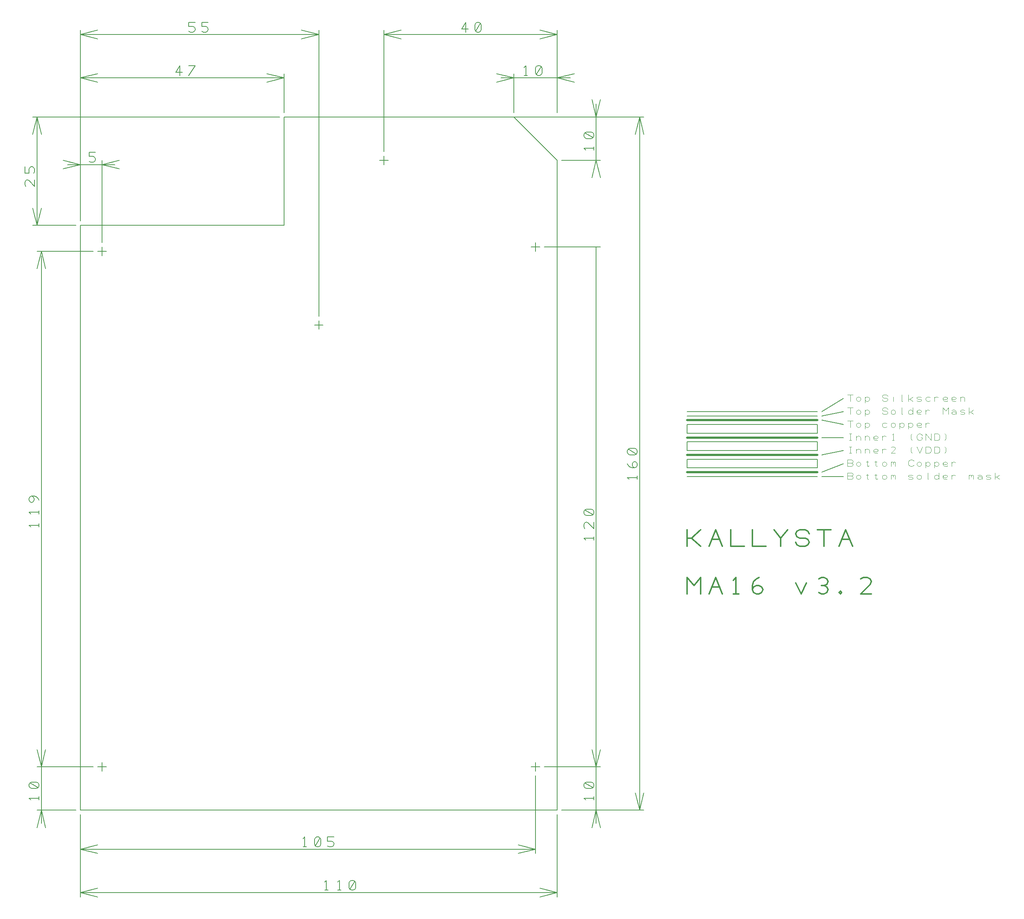
<source format=gbr>
%FSLAX35Y35*%
%MOIN*%
G04 EasyPC Gerber Version 18.0.8 Build 3632 *
%ADD11C,0.00394*%
%ADD118C,0.00500*%
%ADD73C,0.00787*%
%ADD12C,0.01181*%
%ADD119C,0.01969*%
X0Y0D02*
D02*
D11*
X779035Y402067D02*
X780020Y401575D01*
X780512Y400591*
X780020Y399606*
X779035Y399114*
X775591*
Y405020*
X779035*
X780020Y404528*
X780512Y403543*
X780020Y402559*
X779035Y402067*
X775591*
X783465Y400591D02*
X783957Y399606D01*
X784941Y399114*
X785925*
X786909Y399606*
X787402Y400591*
Y401575*
X786909Y402559*
X785925Y403051*
X784941*
X783957Y402559*
X783465Y401575*
Y400591*
X792323Y403051D02*
X794291D01*
X793307Y404035D02*
Y399606D01*
X793799Y399114*
X794291*
X794783Y399606*
X800197Y403051D02*
X802165D01*
X801181Y404035D02*
Y399606D01*
X801673Y399114*
X802165*
X802657Y399606*
X807087Y400591D02*
X807579Y399606D01*
X808563Y399114*
X809547*
X810531Y399606*
X811024Y400591*
Y401575*
X810531Y402559*
X809547Y403051*
X808563*
X807579Y402559*
X807087Y401575*
Y400591*
X814961Y399114D02*
Y403051D01*
Y402559D02*
X815453Y403051D01*
X816437*
X816929Y402559*
Y401083*
Y402559D02*
X817421Y403051D01*
X818406*
X818898Y402559*
Y399114*
X830709Y399606D02*
X831693Y399114D01*
X833661*
X834646Y399606*
Y400591*
X833661Y401083*
X831693*
X830709Y401575*
Y402559*
X831693Y403051*
X833661*
X834646Y402559*
X838583Y400591D02*
X839075Y399606D01*
X840059Y399114*
X841043*
X842028Y399606*
X842520Y400591*
Y401575*
X842028Y402559*
X841043Y403051*
X840059*
X839075Y402559*
X838583Y401575*
Y400591*
X848917Y399114D02*
X848425D01*
Y405020*
X858268Y401575D02*
X857776Y402559D01*
X856791Y403051*
X855807*
X854823Y402559*
X854331Y401575*
Y400591*
X854823Y399606*
X855807Y399114*
X856791*
X857776Y399606*
X858268Y400591*
Y399114D02*
Y405020D01*
X866142Y399606D02*
X865650Y399114D01*
X864665*
X863681*
X862697Y399606*
X862205Y400591*
Y402067*
X862697Y402559*
X863681Y403051*
X864665*
X865650Y402559*
X866142Y402067*
Y401575*
X865650Y401083*
X864665Y400591*
X863681*
X862697Y401083*
X862205Y401575*
X870079Y399114D02*
Y403051D01*
Y401575D02*
X870571Y402559D01*
X871555Y403051*
X872539*
X873524Y402559*
X885827Y399114D02*
Y403051D01*
Y402559D02*
X886319Y403051D01*
X887303*
X887795Y402559*
Y401083*
Y402559D02*
X888287Y403051D01*
X889272*
X889764Y402559*
Y399114*
X893701Y402559D02*
X894685Y403051D01*
X896161*
X897146Y402559*
X897638Y401575*
Y400098*
X897146Y399606*
X896161Y399114*
X895177*
X894193Y399606*
X893701Y400098*
Y400591*
X894193Y401083*
X895177Y401575*
X896161*
X897146Y401083*
X897638Y400591*
Y400098D02*
Y399114D01*
X901575Y399606D02*
X902559Y399114D01*
X904528*
X905512Y399606*
Y400591*
X904528Y401083*
X902559*
X901575Y401575*
Y402559*
X902559Y403051*
X904528*
X905512Y402559*
X909449Y399114D02*
Y405020D01*
Y401083D02*
X910925D01*
X913386Y403051*
X910925Y401083D02*
X913386Y399114D01*
X779035Y413878D02*
X780020Y413386D01*
X780512Y412402*
X780020Y411417*
X779035Y410925*
X775591*
Y416831*
X779035*
X780020Y416339*
X780512Y415354*
X780020Y414370*
X779035Y413878*
X775591*
X783465Y412402D02*
X783957Y411417D01*
X784941Y410925*
X785925*
X786909Y411417*
X787402Y412402*
Y413386*
X786909Y414370*
X785925Y414862*
X784941*
X783957Y414370*
X783465Y413386*
Y412402*
X792323Y414862D02*
X794291D01*
X793307Y415846D02*
Y411417D01*
X793799Y410925*
X794291*
X794783Y411417*
X800197Y414862D02*
X802165D01*
X801181Y415846D02*
Y411417D01*
X801673Y410925*
X802165*
X802657Y411417*
X807087Y412402D02*
X807579Y411417D01*
X808563Y410925*
X809547*
X810531Y411417*
X811024Y412402*
Y413386*
X810531Y414370*
X809547Y414862*
X808563*
X807579Y414370*
X807087Y413386*
Y412402*
X814961Y410925D02*
Y414862D01*
Y414370D02*
X815453Y414862D01*
X816437*
X816929Y414370*
Y412894*
Y414370D02*
X817421Y414862D01*
X818406*
X818898Y414370*
Y410925*
X835630Y411909D02*
X835138Y411417D01*
X834154Y410925*
X832677*
X831693Y411417*
X831201Y411909*
X830709Y412894*
Y414862*
X831201Y415846*
X831693Y416339*
X832677Y416831*
X834154*
X835138Y416339*
X835630Y415846*
X838583Y412402D02*
X839075Y411417D01*
X840059Y410925*
X841043*
X842028Y411417*
X842520Y412402*
Y413386*
X842028Y414370*
X841043Y414862*
X840059*
X839075Y414370*
X838583Y413386*
Y412402*
X846457Y414862D02*
Y409449D01*
Y412402D02*
X846949Y411417D01*
X847933Y410925*
X848917*
X849902Y411417*
X850394Y412402*
Y413386*
X849902Y414370*
X848917Y414862*
X847933*
X846949Y414370*
X846457Y413386*
Y412402*
X854331Y414862D02*
Y409449D01*
Y412402D02*
X854823Y411417D01*
X855807Y410925*
X856791*
X857776Y411417*
X858268Y412402*
Y413386*
X857776Y414370*
X856791Y414862*
X855807*
X854823Y414370*
X854331Y413386*
Y412402*
X866142Y411417D02*
X865650Y410925D01*
X864665*
X863681*
X862697Y411417*
X862205Y412402*
Y413878*
X862697Y414370*
X863681Y414862*
X864665*
X865650Y414370*
X866142Y413878*
Y413386*
X865650Y412894*
X864665Y412402*
X863681*
X862697Y412894*
X862205Y413386*
X870079Y410925D02*
Y414862D01*
Y413386D02*
X870571Y414370D01*
X871555Y414862*
X872539*
X873524Y414370*
X777067Y422736D02*
X779035D01*
X778051D02*
Y428642D01*
X777067D02*
X779035D01*
X783465Y422736D02*
Y426673D01*
Y425197D02*
X783957Y426181D01*
X784941Y426673*
X785925*
X786909Y426181*
X787402Y425197*
Y422736*
X791339D02*
Y426673D01*
Y425197D02*
X791831Y426181D01*
X792815Y426673*
X793799*
X794783Y426181*
X795276Y425197*
Y422736*
X803150Y423228D02*
X802657Y422736D01*
X801673*
X800689*
X799705Y423228*
X799213Y424213*
Y425689*
X799705Y426181*
X800689Y426673*
X801673*
X802657Y426181*
X803150Y425689*
Y425197*
X802657Y424705*
X801673Y424213*
X800689*
X799705Y424705*
X799213Y425197*
X807087Y422736D02*
Y426673D01*
Y425197D02*
X807579Y426181D01*
X808563Y426673*
X809547*
X810531Y426181*
X818898Y422736D02*
X814961D01*
X818406Y426181*
X818898Y427165*
X818406Y428150*
X817421Y428642*
X815945*
X814961Y428150*
X834154Y422736D02*
X833169Y424213D01*
Y427657*
X834154Y428642*
X838583D02*
X841043Y422736D01*
X843504Y428642*
X846457Y422736D02*
Y428642D01*
X849409*
X850394Y428150*
X850886Y427657*
X851378Y426673*
Y424705*
X850886Y423720*
X850394Y423228*
X849409Y422736*
X846457*
X854331D02*
Y428642D01*
X857283*
X858268Y428150*
X858760Y427657*
X859252Y426673*
Y424705*
X858760Y423720*
X858268Y423228*
X857283Y422736*
X854331*
X863681D02*
X864665Y424213D01*
Y427657*
X863681Y428642*
X777067Y434547D02*
X779035D01*
X778051D02*
Y440453D01*
X777067D02*
X779035D01*
X783465Y434547D02*
Y438484D01*
Y437008D02*
X783957Y437992D01*
X784941Y438484*
X785925*
X786909Y437992*
X787402Y437008*
Y434547*
X791339D02*
Y438484D01*
Y437008D02*
X791831Y437992D01*
X792815Y438484*
X793799*
X794783Y437992*
X795276Y437008*
Y434547*
X803150Y435039D02*
X802657Y434547D01*
X801673*
X800689*
X799705Y435039*
X799213Y436024*
Y437500*
X799705Y437992*
X800689Y438484*
X801673*
X802657Y437992*
X803150Y437500*
Y437008*
X802657Y436516*
X801673Y436024*
X800689*
X799705Y436516*
X799213Y437008*
X807087Y434547D02*
Y438484D01*
Y437008D02*
X807579Y437992D01*
X808563Y438484*
X809547*
X810531Y437992*
X815945Y434547D02*
X817913D01*
X816929D02*
Y440453D01*
X815945Y439469*
X834154Y434547D02*
X833169Y436024D01*
Y439469*
X834154Y440453*
X842028Y437008D02*
X843504D01*
Y436516*
X843012Y435531*
X842520Y435039*
X841535Y434547*
X840551*
X839567Y435039*
X839075Y435531*
X838583Y436516*
Y438484*
X839075Y439469*
X839567Y439961*
X840551Y440453*
X841535*
X842520Y439961*
X843012Y439469*
X843504Y438484*
X846457Y434547D02*
Y440453D01*
X851378Y434547*
Y440453*
X854331Y434547D02*
Y440453D01*
X857283*
X858268Y439961*
X858760Y439469*
X859252Y438484*
Y436516*
X858760Y435531*
X858268Y435039*
X857283Y434547*
X854331*
X863681D02*
X864665Y436024D01*
Y439469*
X863681Y440453*
X778051Y446358D02*
Y452264D01*
X775591D02*
X780512D01*
X783465Y447835D02*
X783957Y446850D01*
X784941Y446358*
X785925*
X786909Y446850*
X787402Y447835*
Y448819*
X786909Y449803*
X785925Y450295*
X784941*
X783957Y449803*
X783465Y448819*
Y447835*
X791339Y450295D02*
Y444882D01*
Y447835D02*
X791831Y446850D01*
X792815Y446358*
X793799*
X794783Y446850*
X795276Y447835*
Y448819*
X794783Y449803*
X793799Y450295*
X792815*
X791831Y449803*
X791339Y448819*
Y447835*
X811024Y449803D02*
X810039Y450295D01*
X808563*
X807579Y449803*
X807087Y448819*
Y447835*
X807579Y446850*
X808563Y446358*
X810039*
X811024Y446850*
X814961Y447835D02*
X815453Y446850D01*
X816437Y446358*
X817421*
X818406Y446850*
X818898Y447835*
Y448819*
X818406Y449803*
X817421Y450295*
X816437*
X815453Y449803*
X814961Y448819*
Y447835*
X822835Y450295D02*
Y444882D01*
Y447835D02*
X823327Y446850D01*
X824311Y446358*
X825295*
X826280Y446850*
X826772Y447835*
Y448819*
X826280Y449803*
X825295Y450295*
X824311*
X823327Y449803*
X822835Y448819*
Y447835*
X830709Y450295D02*
Y444882D01*
Y447835D02*
X831201Y446850D01*
X832185Y446358*
X833169*
X834154Y446850*
X834646Y447835*
Y448819*
X834154Y449803*
X833169Y450295*
X832185*
X831201Y449803*
X830709Y448819*
Y447835*
X842520Y446850D02*
X842028Y446358D01*
X841043*
X840059*
X839075Y446850*
X838583Y447835*
Y449311*
X839075Y449803*
X840059Y450295*
X841043*
X842028Y449803*
X842520Y449311*
Y448819*
X842028Y448327*
X841043Y447835*
X840059*
X839075Y448327*
X838583Y448819*
X846457Y446358D02*
Y450295D01*
Y448819D02*
X846949Y449803D01*
X847933Y450295*
X848917*
X849902Y449803*
X778051Y458169D02*
Y464075D01*
X775591D02*
X780512D01*
X783465Y459646D02*
X783957Y458661D01*
X784941Y458169*
X785925*
X786909Y458661*
X787402Y459646*
Y460630*
X786909Y461614*
X785925Y462106*
X784941*
X783957Y461614*
X783465Y460630*
Y459646*
X791339Y462106D02*
Y456693D01*
Y459646D02*
X791831Y458661D01*
X792815Y458169*
X793799*
X794783Y458661*
X795276Y459646*
Y460630*
X794783Y461614*
X793799Y462106*
X792815*
X791831Y461614*
X791339Y460630*
Y459646*
X807087D02*
X807579Y458661D01*
X808563Y458169*
X810531*
X811516Y458661*
X812008Y459646*
X811516Y460630*
X810531Y461122*
X808563*
X807579Y461614*
X807087Y462598*
X807579Y463583*
X808563Y464075*
X810531*
X811516Y463583*
X812008Y462598*
X814961Y459646D02*
X815453Y458661D01*
X816437Y458169*
X817421*
X818406Y458661*
X818898Y459646*
Y460630*
X818406Y461614*
X817421Y462106*
X816437*
X815453Y461614*
X814961Y460630*
Y459646*
X825295Y458169D02*
X824803D01*
Y464075*
X834646Y460630D02*
X834154Y461614D01*
X833169Y462106*
X832185*
X831201Y461614*
X830709Y460630*
Y459646*
X831201Y458661*
X832185Y458169*
X833169*
X834154Y458661*
X834646Y459646*
Y458169D02*
Y464075D01*
X842520Y458661D02*
X842028Y458169D01*
X841043*
X840059*
X839075Y458661*
X838583Y459646*
Y461122*
X839075Y461614*
X840059Y462106*
X841043*
X842028Y461614*
X842520Y461122*
Y460630*
X842028Y460138*
X841043Y459646*
X840059*
X839075Y460138*
X838583Y460630*
X846457Y458169D02*
Y462106D01*
Y460630D02*
X846949Y461614D01*
X847933Y462106*
X848917*
X849902Y461614*
X862205Y458169D02*
Y464075D01*
X864665Y461122*
X867126Y464075*
Y458169*
X870079Y461614D02*
X871063Y462106D01*
X872539*
X873524Y461614*
X874016Y460630*
Y459154*
X873524Y458661*
X872539Y458169*
X871555*
X870571Y458661*
X870079Y459154*
Y459646*
X870571Y460138*
X871555Y460630*
X872539*
X873524Y460138*
X874016Y459646*
Y459154D02*
Y458169D01*
X877953Y458661D02*
X878937Y458169D01*
X880906*
X881890Y458661*
Y459646*
X880906Y460138*
X878937*
X877953Y460630*
Y461614*
X878937Y462106*
X880906*
X881890Y461614*
X885827Y458169D02*
Y464075D01*
Y460138D02*
X887303D01*
X889764Y462106*
X887303Y460138D02*
X889764Y458169D01*
X778051Y469980D02*
Y475886D01*
X775591D02*
X780512D01*
X783465Y471457D02*
X783957Y470472D01*
X784941Y469980*
X785925*
X786909Y470472*
X787402Y471457*
Y472441*
X786909Y473425*
X785925Y473917*
X784941*
X783957Y473425*
X783465Y472441*
Y471457*
X791339Y473917D02*
Y468504D01*
Y471457D02*
X791831Y470472D01*
X792815Y469980*
X793799*
X794783Y470472*
X795276Y471457*
Y472441*
X794783Y473425*
X793799Y473917*
X792815*
X791831Y473425*
X791339Y472441*
Y471457*
X807087D02*
X807579Y470472D01*
X808563Y469980*
X810531*
X811516Y470472*
X812008Y471457*
X811516Y472441*
X810531Y472933*
X808563*
X807579Y473425*
X807087Y474409*
X807579Y475394*
X808563Y475886*
X810531*
X811516Y475394*
X812008Y474409*
X816929Y469980D02*
Y473917D01*
Y475394D02*
X825295Y469980*
X824803D01*
Y475886*
X830709Y469980D02*
Y475886D01*
Y471949D02*
X832185D01*
X834646Y473917*
X832185Y471949D02*
X834646Y469980D01*
X838583Y470472D02*
X839567Y469980D01*
X841535*
X842520Y470472*
Y471457*
X841535Y471949*
X839567*
X838583Y472441*
Y473425*
X839567Y473917*
X841535*
X842520Y473425*
X850394D02*
X849409Y473917D01*
X847933*
X846949Y473425*
X846457Y472441*
Y471457*
X846949Y470472*
X847933Y469980*
X849409*
X850394Y470472*
X854331Y469980D02*
Y473917D01*
Y472441D02*
X854823Y473425D01*
X855807Y473917*
X856791*
X857776Y473425*
X866142Y470472D02*
X865650Y469980D01*
X864665*
X863681*
X862697Y470472*
X862205Y471457*
Y472933*
X862697Y473425*
X863681Y473917*
X864665*
X865650Y473425*
X866142Y472933*
Y472441*
X865650Y471949*
X864665Y471457*
X863681*
X862697Y471949*
X862205Y472441*
X874016Y470472D02*
X873524Y469980D01*
X872539*
X871555*
X870571Y470472*
X870079Y471457*
Y472933*
X870571Y473425*
X871555Y473917*
X872539*
X873524Y473425*
X874016Y472933*
Y472441*
X873524Y471949*
X872539Y471457*
X871555*
X870571Y471949*
X870079Y472441*
X877953Y469980D02*
Y473917D01*
Y472441D02*
X878445Y473425D01*
X879429Y473917*
X880413*
X881398Y473425*
X881890Y472441*
Y469980*
D02*
D12*
X629921Y295030D02*
Y309793D01*
X636073Y302411*
X642224Y309793*
Y295030*
X649606D02*
X655758Y309793D01*
X661909Y295030*
X652067Y301181D02*
X659449D01*
X671752Y295030D02*
X676673D01*
X674213D02*
Y309793D01*
X671752Y307333*
X688976Y298720D02*
X690207Y301181D01*
X692667Y302411*
X695128*
X697589Y301181*
X698819Y298720*
X697589Y296260*
X695128Y295030*
X692667*
X690207Y296260*
X688976Y298720*
Y302411*
X690207Y306102*
X692667Y308563*
X695128Y309793*
X728346Y304872D02*
X733268Y295030D01*
X738189Y304872*
X749262Y296260D02*
X751722Y295030D01*
X754183*
X756644Y296260*
X757874Y298720*
X756644Y301181*
X754183Y302411*
X751722*
X754183D02*
X756644Y303642D01*
X757874Y306102*
X756644Y308563*
X754183Y309793*
X751722*
X749262Y308563*
X768947Y295030D02*
X770177Y296260D01*
X768947Y297490*
X767717Y296260*
X768947Y295030*
X797244D02*
X787402D01*
X796014Y303642*
X797244Y306102*
X796014Y308563*
X793553Y309793*
X789862*
X787402Y308563*
X629921Y338337D02*
Y353100D01*
Y345719D02*
X633612D01*
X642224Y353100*
X633612Y345719D02*
X642224Y338337D01*
X649606D02*
X655758Y353100D01*
X661909Y338337*
X652067Y344488D02*
X659449D01*
X669291Y353100D02*
Y338337D01*
X681594*
X688976Y353100D02*
Y338337D01*
X701280*
X714813D02*
Y345719D01*
X708661Y353100*
X714813Y345719D02*
X720965Y353100D01*
X728346Y342028D02*
X729577Y339567D01*
X732037Y338337*
X736959*
X739419Y339567*
X740650Y342028*
X739419Y344488*
X736959Y345719*
X732037*
X729577Y346949*
X728346Y349409*
X729577Y351870*
X732037Y353100*
X736959*
X739419Y351870*
X740650Y349409*
X754183Y338337D02*
Y353100D01*
X748031D02*
X760335D01*
X767717Y338337D02*
X773868Y353100D01*
X780020Y338337*
X770177Y344488D02*
X777559D01*
D02*
D73*
X37156Y671260D02*
Y665354D01*
X31988Y670522*
X30512Y671260*
X29035Y670522*
X28297Y669045*
Y666831*
X29035Y665354*
X36417Y677165D02*
X37156Y678642D01*
Y680856*
X36417Y682333*
X34941Y683071*
X34203*
X32726Y682333*
X31988Y680856*
Y677165*
X28297*
Y683071*
X41093Y107776D02*
Y110728D01*
Y109252D02*
X32234D01*
X33711Y107776*
X40354Y118848D02*
X41093Y120325D01*
Y121801*
X40354Y123278*
X38878Y124016*
X34449*
X32972Y123278*
X32234Y121801*
Y120325*
X32972Y118848*
X34449Y118110*
X38878*
X40354Y118848*
X32972Y123278*
X41093Y355807D02*
Y358760D01*
Y357283D02*
X32234D01*
X33711Y355807*
X41093Y367618D02*
Y370571D01*
Y369094D02*
X32234D01*
X33711Y367618*
X41093Y380167D02*
X40354Y381644D01*
X38878Y383120*
X36663Y383858*
X34449*
X32972Y383120*
X32234Y381644*
Y380167*
X32972Y378691*
X34449Y377953*
X35925Y378691*
X36663Y380167*
Y381644*
X35925Y383120*
X34449Y383858*
X86614Y687992D02*
X88091Y687254D01*
X90305*
X91781Y687992*
X92520Y689469*
Y690207*
X91781Y691683*
X90305Y692421*
X86614*
Y696112*
X92520*
X169045Y765994D02*
Y774852D01*
X165354Y768947*
X171260*
X177165Y765994D02*
X183071Y774852D01*
X177165*
Y806102D02*
X178642Y805364D01*
X180856*
X182333Y806102*
X183071Y807579*
Y808317*
X182333Y809793*
X180856Y810531*
X177165*
Y814222*
X183071*
X188976Y806102D02*
X190453Y805364D01*
X192667*
X194144Y806102*
X194882Y807579*
Y808317*
X194144Y809793*
X192667Y810531*
X188976*
Y814222*
X194882*
X281004Y65207D02*
X283957D01*
X282480D02*
Y74065D01*
X281004Y72589*
X292077Y65945D02*
X293553Y65207D01*
X295030*
X296506Y65945*
X297244Y67421*
Y71850*
X296506Y73327*
X295030Y74065*
X293553*
X292077Y73327*
X291339Y71850*
Y67421*
X292077Y65945*
X296506Y73327*
X303150Y65945D02*
X304626Y65207D01*
X306841*
X308317Y65945*
X309055Y67421*
Y68159*
X308317Y69636*
X306841Y70374*
X303150*
Y74065*
X309055*
X300689Y25837D02*
X303642D01*
X302165D02*
Y34695D01*
X300689Y33219*
X312500Y25837D02*
X315453D01*
X313976D02*
Y34695D01*
X312500Y33219*
X323573Y26575D02*
X325049Y25837D01*
X326526*
X328002Y26575*
X328740Y28051*
Y32480*
X328002Y33957*
X326526Y34695*
X325049*
X323573Y33957*
X322835Y32480*
Y28051*
X323573Y26575*
X328002Y33957*
X428888Y805364D02*
Y814222D01*
X425197Y808317*
X431102*
X437746Y806102D02*
X439222Y805364D01*
X440699*
X442175Y806102*
X442913Y807579*
Y812008*
X442175Y813484*
X440699Y814222*
X439222*
X437746Y813484*
X437008Y812008*
Y807579*
X437746Y806102*
X442175Y813484*
X481791Y765994D02*
X484744D01*
X483268D02*
Y774852D01*
X481791Y773376*
X492864Y766732D02*
X494341Y765994D01*
X495817*
X497293Y766732*
X498031Y768209*
Y772638*
X497293Y774114*
X495817Y774852*
X494341*
X492864Y774114*
X492126Y772638*
Y768209*
X492864Y766732*
X497293Y774114*
X545030Y107776D02*
Y110728D01*
Y109252D02*
X536171D01*
X537648Y107776*
X544291Y118848D02*
X545030Y120325D01*
Y121801*
X544291Y123278*
X542815Y124016*
X538386*
X536909Y123278*
X536171Y121801*
Y120325*
X536909Y118848*
X538386Y118110*
X542815*
X544291Y118848*
X536909Y123278*
X545030Y343996D02*
Y346949D01*
Y345472D02*
X536171D01*
X537648Y343996*
X545030Y360236D02*
Y354331D01*
X539862Y359498*
X538386Y360236*
X536909Y359498*
X536171Y358022*
Y355807*
X536909Y354331*
X544291Y366880D02*
X545030Y368356D01*
Y369833*
X544291Y371309*
X542815Y372047*
X538386*
X536909Y371309*
X536171Y369833*
Y368356*
X536909Y366880*
X538386Y366142*
X542815*
X544291Y366880*
X536909Y371309*
X545030Y698327D02*
Y701280D01*
Y699803D02*
X536171D01*
X537648Y698327*
X544291Y709400D02*
X545030Y710876D01*
Y712352*
X544291Y713829*
X542815Y714567*
X538386*
X536909Y713829*
X536171Y712352*
Y710876*
X536909Y709400*
X538386Y708661*
X542815*
X544291Y709400*
X536909Y713829*
X584400Y399114D02*
Y402067D01*
Y400591D02*
X575541D01*
X577018Y399114*
X582185Y409449D02*
X580709Y410187D01*
X579970Y411663*
Y413140*
X580709Y414616*
X582185Y415354*
X583661Y414616*
X584400Y413140*
Y411663*
X583661Y410187*
X582185Y409449*
X579970*
X577756Y410187*
X576280Y411663*
X575541Y413140*
X583661Y421998D02*
X584400Y423474D01*
Y424951*
X583661Y426427*
X582185Y427165*
X577756*
X576280Y426427*
X575541Y424951*
Y423474*
X576280Y421998*
X577756Y421260*
X582185*
X583661Y421998*
X576280Y426427*
D02*
D118*
X39370Y137795D02*
X90551D01*
X39370Y606299D02*
X90551D01*
X39370Y629921D02*
X35433D01*
X39370D02*
X43307Y645669D01*
X39370Y629921D02*
X35433Y645669D01*
X39370Y728346D02*
X35433Y712598D01*
X39370Y728346D02*
X43307Y712598D01*
X39370Y728346D02*
Y629921D01*
X43307Y98425D02*
Y86614D01*
Y98425D02*
X39370Y82677D01*
X43307Y98425D02*
X47244Y82677D01*
X43307Y137795D02*
Y149606D01*
Y137795D02*
X47244Y153543D01*
X43307Y137795D02*
X39370Y153543D01*
X43307Y137795D02*
Y98425D01*
Y602362D02*
Y149606D01*
Y606299D02*
X39370Y590551D01*
X43307Y606299D02*
X47244Y590551D01*
X74803Y98425D02*
X39370D01*
X74803Y629921D02*
X39370D01*
X74803Y685039D02*
X66929D01*
X78740Y23622D02*
X94488Y19685D01*
X78740Y23622D02*
X94488Y27559D01*
X78740Y59055D02*
Y19685D01*
Y62992D02*
X94488Y59055D01*
X78740Y62992D02*
X94488Y66929D01*
X78740Y94488D02*
Y59055D01*
Y98425D02*
Y629921D01*
X263780*
Y728346*
X472441*
X511811Y688976*
Y98425*
X78740*
Y633858D02*
Y807087D01*
Y685039D02*
X62992Y688976D01*
X78740Y685039D02*
X62992Y681102D01*
X78740Y685039D02*
X74803D01*
X78740D02*
X102362D01*
X78740Y763780D02*
X94488Y759843D01*
X78740Y763780D02*
X94488Y767717D01*
X78740Y763780D02*
X263780D01*
X78740Y803150D02*
X94488Y799213D01*
X78740Y803150D02*
X94488Y807087D01*
X78740Y803150D02*
X295276D01*
X94488Y137795D02*
X102362D01*
X94488Y606299D02*
X102362D01*
X98425Y141732D02*
Y133858D01*
Y610236D02*
Y602362D01*
Y685039D02*
X114173Y681102D01*
X98425Y685039D02*
X114173Y688976D01*
X98425D02*
Y614173D01*
X102362Y685039D02*
X110236D01*
X259843Y728346D02*
X35433D01*
X263780Y732283D02*
Y767717D01*
Y763780D02*
X248031Y767717D01*
X263780Y763780D02*
X248031Y759843D01*
X291339Y539370D02*
X299213D01*
X295276Y543307D02*
Y535433D01*
Y803150D02*
X279528Y807087D01*
X295276Y803150D02*
X279528Y799213D01*
X295276Y807087D02*
Y547244D01*
X350394Y688976D02*
X358268D01*
X354331Y692913D02*
Y685039D01*
Y696850D02*
Y767717D01*
Y803150D02*
X370079Y799213D01*
X354331Y803150D02*
X370079Y807087D01*
X354331Y803150D02*
X511811D01*
X354331Y807087D02*
Y767717D01*
X472441Y763780D02*
X460630D01*
X472441D02*
X456693Y767717D01*
X472441Y763780D02*
X456693Y759843D01*
X472441Y763780D02*
X511811D01*
X472441Y767717D02*
Y732283D01*
X488189Y137795D02*
X496063D01*
X488189Y610236D02*
X496063D01*
X492126Y59055D02*
Y129921D01*
Y62992D02*
X476378Y66929D01*
X492126Y62992D02*
X476378Y59055D01*
X492126Y62992D02*
X78740D01*
X492126Y141732D02*
Y133858D01*
Y614173D02*
Y606299D01*
X511811Y23622D02*
X496063Y27559D01*
X511811Y23622D02*
X496063Y19685D01*
X511811Y23622D02*
X78740D01*
X511811Y59055D02*
Y19685D01*
Y94488D02*
Y59055D01*
Y732283D02*
Y767717D01*
Y763780D02*
X523622D01*
X511811D02*
X527559Y759843D01*
X511811Y763780D02*
X527559Y767717D01*
X511811Y803150D02*
X496063Y807087D01*
X511811Y803150D02*
X496063Y799213D01*
X511811Y807087D02*
Y767717D01*
X515748Y688976D02*
X551181D01*
X547244Y98425D02*
Y86614D01*
Y98425D02*
X543307Y82677D01*
X547244Y98425D02*
X551181Y82677D01*
X547244Y137795D02*
X543307Y153543D01*
X547244Y137795D02*
X551181Y153543D01*
X547244Y610236D02*
Y98425D01*
Y688976D02*
X543307Y673228D01*
X547244Y688976D02*
X551181Y673228D01*
X547244Y728346D02*
Y740157D01*
Y728346D02*
X551181Y744094D01*
X547244Y728346D02*
X543307Y744094D01*
X547244Y728346D02*
Y688976D01*
X551181Y98425D02*
X515748D01*
X551181Y137795D02*
X500000D01*
X551181Y610236D02*
X500000D01*
X551181Y728346D02*
X472441D01*
X586614Y98425D02*
X590551Y114173D01*
X586614Y98425D02*
X582677Y114173D01*
X586614Y728346D02*
X582677Y712598D01*
X586614Y728346D02*
X590551Y712598D01*
X586614Y728346D02*
Y98425D01*
X590551D02*
X551181D01*
X590551Y728346D02*
X551181D01*
X629921Y401575D02*
X748031D01*
X629921Y409449D02*
X748031D01*
Y417323*
X629921*
Y409449*
Y425197D02*
X748031D01*
Y433071*
X629921*
Y425197*
Y440945D02*
X748031D01*
Y448819*
X629921*
Y440945*
Y456693D02*
X748031D01*
X629921Y460630D02*
X748031D01*
X751969Y401575D02*
X771654D01*
X751969Y405512D02*
X771654Y413386D01*
X751969Y421260D02*
X771654Y425197D01*
X751969Y437008D02*
X771654D01*
X751969Y452756D02*
X771654Y448819D01*
X751969Y456693D02*
X771654Y460630D01*
X751969D02*
X771654Y472441D01*
D02*
D119*
X629921Y405512D02*
X748031D01*
X629921Y421260D02*
X748031D01*
X629921Y437008D02*
X748031D01*
X629921Y452756D02*
X748031D01*
X0Y0D02*
M02*

</source>
